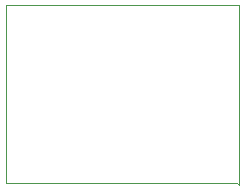
<source format=gko>
%FSLAX25Y25*%
%MOIN*%
G70*
G01*
G75*
G04 Layer_Color=16711935*
%ADD10C,0.03100*%
%ADD11C,0.00394*%
%ADD12C,0.03887*%
%ADD13C,0.00800*%
D11*
X372500Y228000D02*
Y287500D01*
Y228000D02*
X449500D01*
X450000Y227500D01*
Y287500D01*
X372500D02*
X450000D01*
M02*

</source>
